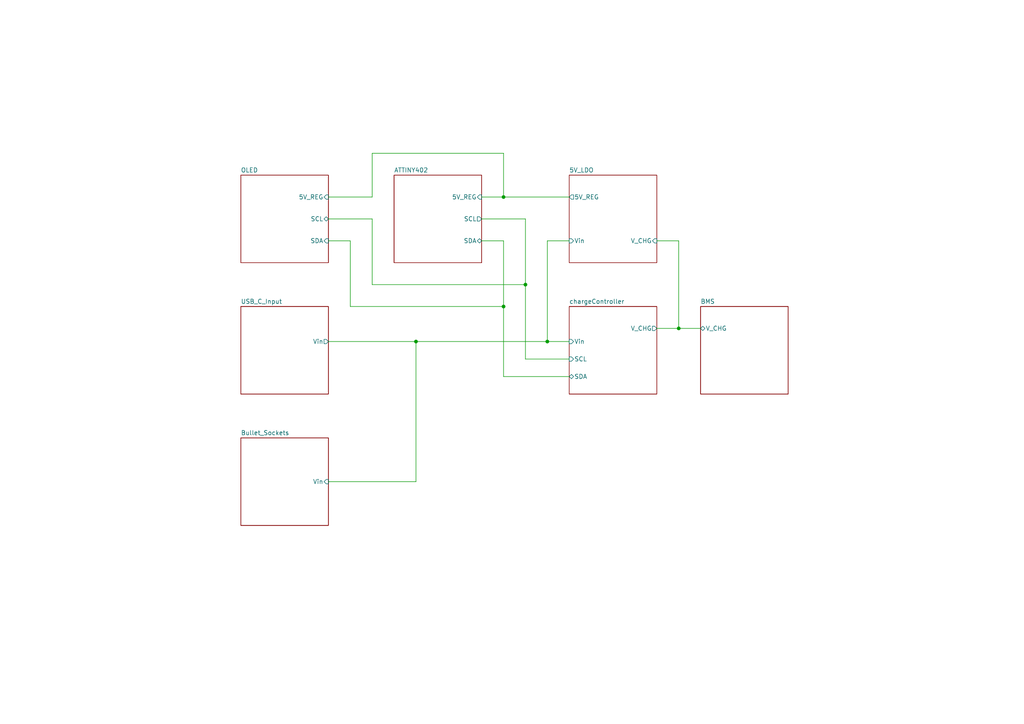
<source format=kicad_sch>
(kicad_sch
	(version 20231120)
	(generator "eeschema")
	(generator_version "8.0")
	(uuid "559794e2-5962-4ac4-a955-dd1feb19605a")
	(paper "A4")
	(lib_symbols)
	(junction
		(at 120.65 99.06)
		(diameter 0)
		(color 0 0 0 0)
		(uuid "047faa01-73b3-4b0c-bba7-94a1f8a791ed")
	)
	(junction
		(at 146.05 88.9)
		(diameter 0)
		(color 0 0 0 0)
		(uuid "2af50ae3-e931-4441-933b-bd2be19d1cc9")
	)
	(junction
		(at 158.75 99.06)
		(diameter 0)
		(color 0 0 0 0)
		(uuid "39803e7c-1907-418c-ba50-2b73f125876c")
	)
	(junction
		(at 196.85 95.25)
		(diameter 0)
		(color 0 0 0 0)
		(uuid "56f1f22a-65fb-4e37-9202-af889fe22ab4")
	)
	(junction
		(at 152.4 82.55)
		(diameter 0)
		(color 0 0 0 0)
		(uuid "9eb71655-1d04-4991-a52b-478b1b54b34b")
	)
	(junction
		(at 146.05 57.15)
		(diameter 0)
		(color 0 0 0 0)
		(uuid "b6cf1522-0309-4d13-b917-e8f5813cf06b")
	)
	(wire
		(pts
			(xy 158.75 99.06) (xy 158.75 69.85)
		)
		(stroke
			(width 0)
			(type default)
		)
		(uuid "0d04ca57-ccfb-4dcd-93e4-3af666b58698")
	)
	(wire
		(pts
			(xy 101.6 88.9) (xy 146.05 88.9)
		)
		(stroke
			(width 0)
			(type default)
		)
		(uuid "26d893e3-d9e2-4f8a-bf89-91382e93f14d")
	)
	(wire
		(pts
			(xy 146.05 109.22) (xy 165.1 109.22)
		)
		(stroke
			(width 0)
			(type default)
		)
		(uuid "2e323460-d7e0-44c5-9492-a07b4e304754")
	)
	(wire
		(pts
			(xy 190.5 69.85) (xy 196.85 69.85)
		)
		(stroke
			(width 0)
			(type default)
		)
		(uuid "3ea551e0-ea71-47c4-ae4d-3fd6fe5941fe")
	)
	(wire
		(pts
			(xy 107.95 44.45) (xy 146.05 44.45)
		)
		(stroke
			(width 0)
			(type default)
		)
		(uuid "3f0eabe9-4e98-4580-a7b9-47eb66e32648")
	)
	(wire
		(pts
			(xy 146.05 88.9) (xy 146.05 109.22)
		)
		(stroke
			(width 0)
			(type default)
		)
		(uuid "4dcf67c8-f32e-4019-afb8-892e7f490da1")
	)
	(wire
		(pts
			(xy 190.5 95.25) (xy 196.85 95.25)
		)
		(stroke
			(width 0)
			(type default)
		)
		(uuid "57746ce1-44c3-456d-85b3-c17a3d629845")
	)
	(wire
		(pts
			(xy 95.25 69.85) (xy 101.6 69.85)
		)
		(stroke
			(width 0)
			(type default)
		)
		(uuid "57f9911b-91e8-4ce5-803b-3c713a424ee0")
	)
	(wire
		(pts
			(xy 95.25 99.06) (xy 120.65 99.06)
		)
		(stroke
			(width 0)
			(type default)
		)
		(uuid "6ece5627-b5c6-4c34-ace3-36bb412e8e24")
	)
	(wire
		(pts
			(xy 95.25 139.7) (xy 120.65 139.7)
		)
		(stroke
			(width 0)
			(type default)
		)
		(uuid "73581e38-6c2a-4a7e-a917-00c92cdbd304")
	)
	(wire
		(pts
			(xy 152.4 63.5) (xy 139.7 63.5)
		)
		(stroke
			(width 0)
			(type default)
		)
		(uuid "79c7b0ba-eddd-4a94-899f-9155d4bb1aac")
	)
	(wire
		(pts
			(xy 158.75 99.06) (xy 165.1 99.06)
		)
		(stroke
			(width 0)
			(type default)
		)
		(uuid "7dd920d5-44f0-4933-b2ec-81ac4d75a110")
	)
	(wire
		(pts
			(xy 146.05 57.15) (xy 165.1 57.15)
		)
		(stroke
			(width 0)
			(type default)
		)
		(uuid "8261c7a7-4af2-4191-a34d-51d08127db9c")
	)
	(wire
		(pts
			(xy 139.7 69.85) (xy 146.05 69.85)
		)
		(stroke
			(width 0)
			(type default)
		)
		(uuid "914912fc-bd7b-495a-8353-d46a3da9d018")
	)
	(wire
		(pts
			(xy 146.05 69.85) (xy 146.05 88.9)
		)
		(stroke
			(width 0)
			(type default)
		)
		(uuid "983e532a-2d8a-4b61-8fe0-ea0fbb97c647")
	)
	(wire
		(pts
			(xy 107.95 63.5) (xy 107.95 82.55)
		)
		(stroke
			(width 0)
			(type default)
		)
		(uuid "9e4ee9bd-1797-4ec6-b5b0-a772927df427")
	)
	(wire
		(pts
			(xy 152.4 82.55) (xy 152.4 63.5)
		)
		(stroke
			(width 0)
			(type default)
		)
		(uuid "9ef1a2ab-50cd-4435-9444-68ecefc1989d")
	)
	(wire
		(pts
			(xy 196.85 69.85) (xy 196.85 95.25)
		)
		(stroke
			(width 0)
			(type default)
		)
		(uuid "a99c8c4f-42b5-49e5-8afd-89e436766228")
	)
	(wire
		(pts
			(xy 146.05 44.45) (xy 146.05 57.15)
		)
		(stroke
			(width 0)
			(type default)
		)
		(uuid "ad753afc-23a7-469b-a8a0-7aa90b90c8b8")
	)
	(wire
		(pts
			(xy 120.65 99.06) (xy 158.75 99.06)
		)
		(stroke
			(width 0)
			(type default)
		)
		(uuid "c7f024fb-60f1-4b82-8309-3c163e1b9732")
	)
	(wire
		(pts
			(xy 95.25 63.5) (xy 107.95 63.5)
		)
		(stroke
			(width 0)
			(type default)
		)
		(uuid "d4915bfd-26ba-4ca6-96d8-12ae136723a7")
	)
	(wire
		(pts
			(xy 158.75 69.85) (xy 165.1 69.85)
		)
		(stroke
			(width 0)
			(type default)
		)
		(uuid "d63bbb30-a283-45d3-9bf0-a065a97f62fd")
	)
	(wire
		(pts
			(xy 107.95 82.55) (xy 152.4 82.55)
		)
		(stroke
			(width 0)
			(type default)
		)
		(uuid "d985f271-490d-4ac8-ad65-3638849e58a3")
	)
	(wire
		(pts
			(xy 120.65 139.7) (xy 120.65 99.06)
		)
		(stroke
			(width 0)
			(type default)
		)
		(uuid "da3c58da-c944-4255-9d59-29f3c1521e07")
	)
	(wire
		(pts
			(xy 165.1 104.14) (xy 152.4 104.14)
		)
		(stroke
			(width 0)
			(type default)
		)
		(uuid "e521e5a4-7db4-46c4-8777-8cd2c8714b04")
	)
	(wire
		(pts
			(xy 107.95 57.15) (xy 107.95 44.45)
		)
		(stroke
			(width 0)
			(type default)
		)
		(uuid "eb7e17a1-f957-4a5b-8fe1-f7c032c2dcfa")
	)
	(wire
		(pts
			(xy 101.6 69.85) (xy 101.6 88.9)
		)
		(stroke
			(width 0)
			(type default)
		)
		(uuid "ec6ef574-6fdb-4a10-b5ea-5ed29de37f72")
	)
	(wire
		(pts
			(xy 139.7 57.15) (xy 146.05 57.15)
		)
		(stroke
			(width 0)
			(type default)
		)
		(uuid "ef684b54-c847-47e1-a370-a7daa0a01866")
	)
	(wire
		(pts
			(xy 152.4 104.14) (xy 152.4 82.55)
		)
		(stroke
			(width 0)
			(type default)
		)
		(uuid "efc19db0-b057-4c18-a958-ecdc5b69999c")
	)
	(wire
		(pts
			(xy 95.25 57.15) (xy 107.95 57.15)
		)
		(stroke
			(width 0)
			(type default)
		)
		(uuid "f0a57515-2f95-4cd6-a291-c7b02872f8aa")
	)
	(wire
		(pts
			(xy 196.85 95.25) (xy 203.2 95.25)
		)
		(stroke
			(width 0)
			(type default)
		)
		(uuid "fa6248e9-7aea-417a-aef2-1202dc20496b")
	)
	(sheet
		(at 69.85 88.9)
		(size 25.4 25.4)
		(fields_autoplaced yes)
		(stroke
			(width 0.1524)
			(type solid)
		)
		(fill
			(color 0 0 0 0.0000)
		)
		(uuid "3a6bca0b-e082-441e-a45d-cfd6cc276222")
		(property "Sheetname" "USB_C_Input"
			(at 69.85 88.1884 0)
			(effects
				(font
					(size 1.27 1.27)
				)
				(justify left bottom)
			)
		)
		(property "Sheetfile" "USB_C_Input.kicad_sch"
			(at 69.85 114.8846 0)
			(effects
				(font
					(size 1.27 1.27)
				)
				(justify left top)
				(hide yes)
			)
		)
		(pin "Vin" output
			(at 95.25 99.06 0)
			(effects
				(font
					(size 1.27 1.27)
				)
				(justify right)
			)
			(uuid "8f367b81-6071-46f8-a905-22d28845ddae")
		)
		(instances
			(project "3S_coinCellChargeController"
				(path "/559794e2-5962-4ac4-a955-dd1feb19605a"
					(page "5")
				)
			)
		)
	)
	(sheet
		(at 165.1 88.9)
		(size 25.4 25.4)
		(stroke
			(width 0.1524)
			(type solid)
		)
		(fill
			(color 0 0 0 0.0000)
		)
		(uuid "70196ea6-06d5-419d-95c8-b98497a3893e")
		(property "Sheetname" "chargeController"
			(at 165.1 88.1884 0)
			(effects
				(font
					(size 1.27 1.27)
				)
				(justify left bottom)
			)
		)
		(property "Sheetfile" "chargeController_sch.kicad_sch"
			(at 158.75 115.316 0)
			(effects
				(font
					(size 1.27 1.27)
				)
				(justify left top)
				(hide yes)
			)
		)
		(pin "SDA" bidirectional
			(at 165.1 109.22 180)
			(effects
				(font
					(size 1.27 1.27)
				)
				(justify left)
			)
			(uuid "398e6640-6ba0-4902-a332-bab260bdcc42")
		)
		(pin "SCL" input
			(at 165.1 104.14 180)
			(effects
				(font
					(size 1.27 1.27)
				)
				(justify left)
			)
			(uuid "14037f71-3159-4211-a26b-a368eade0dbd")
		)
		(pin "Vin" input
			(at 165.1 99.06 180)
			(effects
				(font
					(size 1.27 1.27)
				)
				(justify left)
			)
			(uuid "c66acf58-26d3-473b-b6c3-5357d7aab106")
		)
		(pin "V_CHG" output
			(at 190.5 95.25 0)
			(effects
				(font
					(size 1.27 1.27)
				)
				(justify right)
			)
			(uuid "6bea7a1b-347e-4daa-8e2b-1804166bbc45")
		)
		(instances
			(project "3S_coinCellChargeController"
				(path "/559794e2-5962-4ac4-a955-dd1feb19605a"
					(page "3")
				)
			)
		)
	)
	(sheet
		(at 69.85 127)
		(size 25.4 25.4)
		(fields_autoplaced yes)
		(stroke
			(width 0.1524)
			(type solid)
		)
		(fill
			(color 0 0 0 0.0000)
		)
		(uuid "84786ce9-9b9b-4a36-b4dd-dbd93cfdddd7")
		(property "Sheetname" "Bullet_Sockets"
			(at 69.85 126.2884 0)
			(effects
				(font
					(size 1.27 1.27)
				)
				(justify left bottom)
			)
		)
		(property "Sheetfile" "Bullet_Sockets.kicad_sch"
			(at 69.85 152.9846 0)
			(effects
				(font
					(size 1.27 1.27)
				)
				(justify left top)
				(hide yes)
			)
		)
		(pin "Vin" input
			(at 95.25 139.7 0)
			(effects
				(font
					(size 1.27 1.27)
				)
				(justify right)
			)
			(uuid "38314efa-b7e0-4fd5-b90d-dcc6044c1795")
		)
		(instances
			(project "3S_coinCellChargeController"
				(path "/559794e2-5962-4ac4-a955-dd1feb19605a"
					(page "9")
				)
			)
		)
	)
	(sheet
		(at 165.1 50.8)
		(size 25.4 25.4)
		(fields_autoplaced yes)
		(stroke
			(width 0.1524)
			(type solid)
		)
		(fill
			(color 0 0 0 0.0000)
		)
		(uuid "9ec107ca-513a-4857-9759-8790e056a698")
		(property "Sheetname" "5V_LDO"
			(at 165.1 50.0884 0)
			(effects
				(font
					(size 1.27 1.27)
				)
				(justify left bottom)
			)
		)
		(property "Sheetfile" "5V_LDO.kicad_sch"
			(at 165.1 76.7846 0)
			(effects
				(font
					(size 1.27 1.27)
				)
				(justify left top)
				(hide yes)
			)
		)
		(pin "V_CHG" input
			(at 190.5 69.85 0)
			(effects
				(font
					(size 1.27 1.27)
				)
				(justify right)
			)
			(uuid "59e4b064-dec7-44b7-8687-176663d902e1")
		)
		(pin "5V_REG" output
			(at 165.1 57.15 180)
			(effects
				(font
					(size 1.27 1.27)
				)
				(justify left)
			)
			(uuid "e1b380d1-7055-444a-822c-8fef25e8ad54")
		)
		(pin "Vin" input
			(at 165.1 69.85 180)
			(effects
				(font
					(size 1.27 1.27)
				)
				(justify left)
			)
			(uuid "2cd5ce63-2cce-47a2-be24-24f8dc2f037a")
		)
		(instances
			(project "3S_coinCellChargeController"
				(path "/559794e2-5962-4ac4-a955-dd1feb19605a"
					(page "6")
				)
			)
		)
	)
	(sheet
		(at 203.2 88.9)
		(size 25.4 25.4)
		(fields_autoplaced yes)
		(stroke
			(width 0.1524)
			(type solid)
		)
		(fill
			(color 0 0 0 0.0000)
		)
		(uuid "adb0609c-6198-4397-83d0-7580bce7cb07")
		(property "Sheetname" "BMS"
			(at 203.2 88.1884 0)
			(effects
				(font
					(size 1.27 1.27)
				)
				(justify left bottom)
			)
		)
		(property "Sheetfile" "BMS_sch.kicad_sch"
			(at 203.2 114.8846 0)
			(effects
				(font
					(size 1.27 1.27)
				)
				(justify left top)
				(hide yes)
			)
		)
		(pin "V_CHG" bidirectional
			(at 203.2 95.25 180)
			(effects
				(font
					(size 1.27 1.27)
				)
				(justify left)
			)
			(uuid "df1dfeb8-b3ff-47f3-8bd0-b64ee57ab86d")
		)
		(instances
			(project "3S_coinCellChargeController"
				(path "/559794e2-5962-4ac4-a955-dd1feb19605a"
					(page "4")
				)
			)
		)
	)
	(sheet
		(at 69.85 50.8)
		(size 25.4 25.4)
		(fields_autoplaced yes)
		(stroke
			(width 0.1524)
			(type solid)
		)
		(fill
			(color 0 0 0 0.0000)
		)
		(uuid "be0410c9-919d-4a2f-88b8-74a86f463a17")
		(property "Sheetname" "OLED"
			(at 69.85 50.0884 0)
			(effects
				(font
					(size 1.27 1.27)
				)
				(justify left bottom)
			)
		)
		(property "Sheetfile" "OLED.kicad_sch"
			(at 69.85 76.7846 0)
			(effects
				(font
					(size 1.27 1.27)
				)
				(justify left top)
				(hide yes)
			)
		)
		(pin "SCL" bidirectional
			(at 95.25 63.5 0)
			(effects
				(font
					(size 1.27 1.27)
				)
				(justify right)
			)
			(uuid "19f3316a-c9b6-4713-9421-4a43168c1e4d")
		)
		(pin "SDA" input
			(at 95.25 69.85 0)
			(effects
				(font
					(size 1.27 1.27)
				)
				(justify right)
			)
			(uuid "c90500bb-a5eb-4287-8411-d9d2132382bd")
		)
		(pin "5V_REG" input
			(at 95.25 57.15 0)
			(effects
				(font
					(size 1.27 1.27)
				)
				(justify right)
			)
			(uuid "b6b89e8b-db38-46d2-8c52-031e5dbe15d5")
		)
		(instances
			(project "3S_coinCellChargeController"
				(path "/559794e2-5962-4ac4-a955-dd1feb19605a"
					(page "7")
				)
			)
		)
	)
	(sheet
		(at 114.3 50.8)
		(size 25.4 25.4)
		(stroke
			(width 0.1524)
			(type solid)
		)
		(fill
			(color 0 0 0 0.0000)
		)
		(uuid "d8624b78-c98e-453c-ac2d-2dcc56be1b98")
		(property "Sheetname" "ATTINY402"
			(at 114.3 50.0884 0)
			(effects
				(font
					(size 1.27 1.27)
				)
				(justify left bottom)
			)
		)
		(property "Sheetfile" "ATTINY202_sch.kicad_sch"
			(at 112.522 76.962 0)
			(effects
				(font
					(size 1.27 1.27)
				)
				(justify left top)
				(hide yes)
			)
		)
		(pin "SDA" bidirectional
			(at 139.7 69.85 0)
			(effects
				(font
					(size 1.27 1.27)
				)
				(justify right)
			)
			(uuid "81214b13-f22c-4230-9fa6-519b8c4dacd3")
		)
		(pin "SCL" output
			(at 139.7 63.5 0)
			(effects
				(font
					(size 1.27 1.27)
				)
				(justify right)
			)
			(uuid "d7dba1bf-d99d-4114-b75a-b4b6683084fe")
		)
		(pin "5V_REG" input
			(at 139.7 57.15 0)
			(effects
				(font
					(size 1.27 1.27)
				)
				(justify right)
			)
			(uuid "5b686700-1e6d-4075-bbe2-6075e482103b")
		)
		(instances
			(project "3S_coinCellChargeController"
				(path "/559794e2-5962-4ac4-a955-dd1feb19605a"
					(page "6")
				)
			)
		)
	)
	(sheet_instances
		(path "/"
			(page "1")
		)
	)
)

</source>
